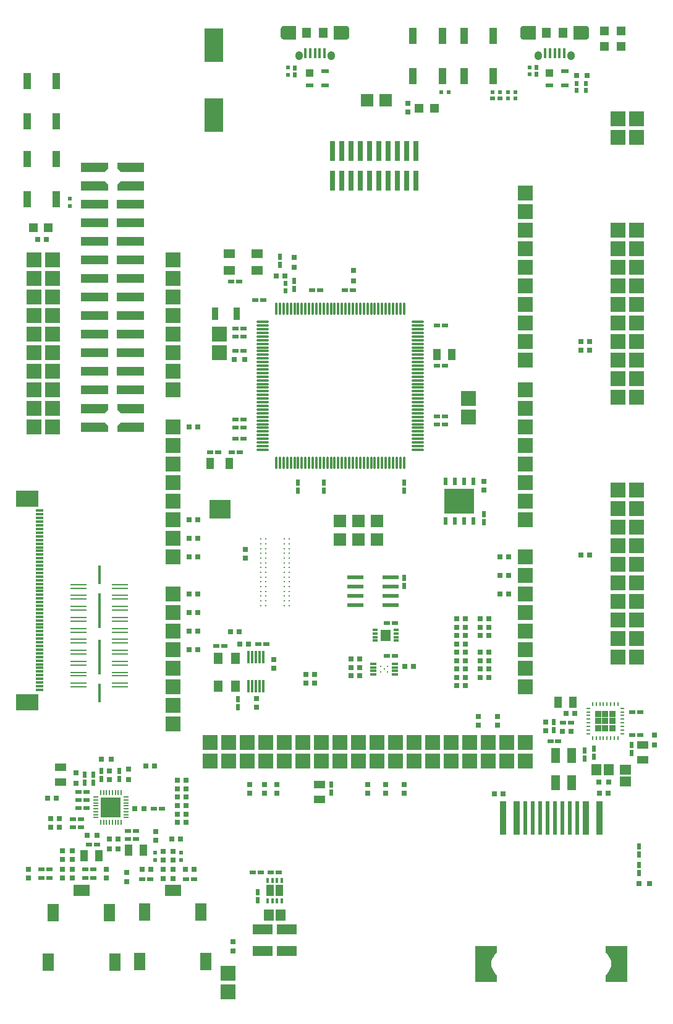
<source format=gtp>
%FSLAX43Y43*%
%MOMM*%
G71*
G01*
G75*
G04 Layer_Color=8421504*
%ADD10C,0.175*%
%ADD11C,0.175*%
%ADD12R,0.700X0.700*%
%ADD13R,1.600X1.300*%
%ADD14R,1.000X2.250*%
%ADD15R,2.800X1.400*%
%ADD16R,0.650X0.800*%
%ADD17R,0.800X0.650*%
%ADD18R,0.600X0.550*%
%ADD19R,1.092X1.600*%
%ADD20R,0.700X0.700*%
%ADD21R,0.950X1.000*%
%ADD22R,0.600X0.900*%
%ADD23R,0.762X0.762*%
%ADD24R,0.900X0.600*%
%ADD25R,0.762X0.762*%
%ADD26R,0.500X0.600*%
%ADD27R,1.600X1.092*%
%ADD28R,1.500X1.350*%
%ADD29R,1.350X1.500*%
%ADD30R,2.200X1.500*%
%ADD31R,1.500X2.400*%
%ADD32R,0.650X0.500*%
%ADD33R,0.550X0.600*%
%ADD34R,1.100X1.000*%
%ADD35R,1.100X0.600*%
%ADD36R,0.500X0.650*%
%ADD37R,1.200X1.200*%
%ADD38R,1.200X1.200*%
%ADD39R,0.400X1.350*%
%ADD40R,0.950X1.750*%
%ADD41R,2.500X4.600*%
%ADD42R,2.200X0.600*%
%ADD43R,0.300X1.700*%
%ADD44O,0.300X1.700*%
%ADD45O,1.700X0.300*%
%ADD46R,1.300X1.400*%
%ADD47R,0.850X0.300*%
%ADD48R,3.400X3.400*%
%ADD49R,0.500X0.230*%
%ADD50R,0.230X0.500*%
%ADD51C,0.320*%
%ADD52R,4.100X3.500*%
%ADD53R,0.600X1.100*%
%ADD54R,2.500X1.700*%
%ADD55R,0.350X0.675*%
%ADD56R,0.700X0.300*%
%ADD57R,1.400X1.600*%
%ADD58O,0.200X0.700*%
%ADD59O,0.700X0.200*%
%ADD60R,2.800X2.800*%
%ADD61R,1.300X1.600*%
%ADD62R,1.000X1.600*%
%ADD63R,3.000X2.500*%
%ADD64R,1.200X2.000*%
%ADD65R,2.000X4.900*%
%ADD66R,0.810X4.600*%
%ADD67R,0.610X4.600*%
%ADD68R,1.100X0.300*%
%ADD69R,3.100X2.300*%
%ADD70R,0.430X4.700*%
%ADD71R,0.430X2.540*%
%ADD72R,2.270X0.280*%
%ADD73R,3.200X1.270*%
%ADD74R,3.683X1.270*%
%ADD75R,0.740X2.790*%
%ADD76C,0.300*%
%ADD77C,0.180*%
%ADD78C,0.200*%
%ADD79C,0.165*%
%ADD80C,0.150*%
%ADD81C,0.185*%
%ADD82C,0.127*%
%ADD83R,0.300X0.900*%
%ADD84R,1.800X1.900*%
%ADD85C,1.700*%
%ADD86R,1.700X1.700*%
%ADD87C,3.600*%
G04:AMPARAMS|DCode=88|XSize=2.1mm|YSize=1.9mm|CornerRadius=0.494mm|HoleSize=0mm|Usage=FLASHONLY|Rotation=0.000|XOffset=0mm|YOffset=0mm|HoleType=Round|Shape=RoundedRectangle|*
%AMROUNDEDRECTD88*
21,1,2.100,0.912,0,0,0.0*
21,1,1.112,1.900,0,0,0.0*
1,1,0.988,0.556,-0.456*
1,1,0.988,-0.556,-0.456*
1,1,0.988,-0.556,0.456*
1,1,0.988,0.556,0.456*
%
%ADD88ROUNDEDRECTD88*%
G04:AMPARAMS|DCode=89|XSize=1.05mm|YSize=1.25mm|CornerRadius=0.525mm|HoleSize=0mm|Usage=FLASHONLY|Rotation=180.000|XOffset=0mm|YOffset=0mm|HoleType=Round|Shape=RoundedRectangle|*
%AMROUNDEDRECTD89*
21,1,1.050,0.200,0,0,180.0*
21,1,0.000,1.250,0,0,180.0*
1,1,1.050,0.000,0.100*
1,1,1.050,0.000,0.100*
1,1,1.050,0.000,-0.100*
1,1,1.050,0.000,-0.100*
%
%ADD89ROUNDEDRECTD89*%
%ADD90R,1.700X1.700*%
%ADD91C,1.500*%
%ADD92R,2.200X4.500*%
%ADD93R,5.000X2.200*%
%ADD94R,5.000X2.400*%
%ADD95C,1.020*%
%ADD96C,1.000*%
%ADD97C,0.550*%
%ADD98C,0.400*%
%ADD99C,0.700*%
%ADD100C,0.660*%
%ADD101C,1.016*%
%ADD102C,0.500*%
%ADD103C,1.600*%
%ADD104C,1.900*%
G04:AMPARAMS|DCode=105|XSize=2.524mm|YSize=2.524mm|CornerRadius=0mm|HoleSize=0mm|Usage=FLASHONLY|Rotation=0.000|XOffset=0mm|YOffset=0mm|HoleType=Round|Shape=Relief|Width=0.254mm|Gap=0.254mm|Entries=4|*
%AMTHD105*
7,0,0,2.524,2.016,0.254,45*
%
%ADD105THD105*%
%ADD106O,1.425X2.100*%
%ADD107O,1.250X1.450*%
%ADD108C,2.100*%
%ADD109C,3.600*%
%AMTHOVALD110*
21,1,1.700,2.824,0,0,270.0*
1,1,2.824,0.000,0.850*
1,1,2.824,0.000,-0.850*
21,0,1.700,2.316,0,0,270.0*
1,0,2.316,0.000,0.850*
1,0,2.316,0.000,-0.850*
4,0,4,-0.090,0.760,-1.088,1.759,-0.909,1.938,0.090,0.940,-0.090,0.760,0.0*
4,0,4,-0.090,-0.940,0.909,-1.938,1.088,-1.759,0.090,-0.760,-0.090,-0.940,0.0*
4,0,4,-0.090,0.940,0.909,1.938,1.088,1.759,0.090,0.760,-0.090,0.940,0.0*
4,0,4,-0.090,-0.760,-1.088,-1.759,-0.909,-1.938,0.090,-0.940,-0.090,-0.760,0.0*
%
%ADD110THOVALD110*%

%ADD111O,4.100X1.800*%
%AMTHOVALD112*
21,1,1.800,2.724,0,0,0.0*
1,1,2.724,-0.900,0.000*
1,1,2.724,0.900,0.000*
21,0,1.800,2.216,0,0,0.0*
1,0,2.216,-0.900,0.000*
1,0,2.216,0.900,0.000*
4,0,4,-0.810,-0.090,-1.773,-1.053,-1.953,-0.873,-0.990,0.090,-0.810,-0.090,0.0*
4,0,4,0.990,-0.090,1.953,0.873,1.773,1.053,0.810,0.090,0.990,-0.090,0.0*
4,0,4,-0.990,-0.090,-1.953,0.873,-1.773,1.053,-0.810,0.090,-0.990,-0.090,0.0*
4,0,4,0.810,-0.090,1.773,-1.053,1.953,-0.873,0.990,0.090,0.810,-0.090,0.0*
%
%ADD112THOVALD112*%

%ADD113C,1.620*%
%ADD114C,1.790*%
%ADD115C,0.850*%
%ADD116C,0.800*%
%ADD117C,0.930*%
%ADD118C,3.300*%
%ADD119O,1.900X3.600*%
%ADD120O,3.600X1.800*%
%ADD121C,0.950*%
%ADD122C,0.800*%
%ADD123C,1.270*%
%ADD124R,0.600X1.300*%
%ADD125R,1.300X0.600*%
%ADD126R,0.350X0.850*%
%ADD127R,1.700X0.350*%
%ADD128R,0.650X1.050*%
%ADD129C,0.280*%
%ADD130O,0.850X0.280*%
%ADD131O,0.280X0.850*%
%ADD132R,0.230X0.700*%
%ADD133R,0.700X0.230*%
%ADD134R,2.700X2.700*%
%ADD135O,1.524X0.381*%
%ADD136R,3.000X3.000*%
%ADD137R,0.800X2.000*%
%ADD138R,2.000X1.100*%
%ADD139R,0.980X3.700*%
%ADD140R,3.700X0.980*%
%ADD141R,1.400X0.600*%
%ADD142C,0.125*%
%ADD143R,1.507X0.242*%
%ADD144R,1.490X0.201*%
%ADD145R,0.312X0.829*%
%ADD146C,0.254*%
%ADD147C,0.250*%
%ADD148C,0.600*%
%ADD149C,1.000*%
%ADD150C,0.100*%
%ADD151C,0.112*%
%ADD152R,2.100X2.100*%
%ADD153R,2.100X2.100*%
%ADD154C,0.264*%
%ADD155R,1.750X1.750*%
%ADD156R,0.870X0.870*%
%ADD157R,1.125X1.550*%
%ADD158R,1.700X1.700*%
%ADD159R,0.000X0.000*%
%ADD160R,1.350X1.550*%
%ADD161R,1.300X1.400*%
G36*
X-71870Y-56289D02*
X-75550D01*
Y-55469D01*
X-75100Y-55019D01*
X-71870D01*
Y-56289D01*
D02*
G37*
G36*
X-76820Y-53299D02*
X-77270Y-53749D01*
X-80500D01*
Y-52479D01*
X-76820D01*
Y-53299D01*
D02*
G37*
G36*
X-71870Y-53749D02*
X-75100D01*
X-75550Y-53299D01*
Y-52479D01*
X-71870D01*
Y-53749D01*
D02*
G37*
G36*
X-76820Y-55469D02*
Y-56289D01*
X-80500D01*
Y-55019D01*
X-77270D01*
X-76820Y-55469D01*
D02*
G37*
G36*
X-23495Y-127581D02*
X-23497Y-127581D01*
X-23739Y-127781D01*
X-23971Y-128062D01*
X-24142Y-128384D01*
X-24248Y-128732D01*
X-24284Y-129095D01*
X-24248Y-129458D01*
X-24142Y-129806D01*
X-23971Y-130128D01*
X-23739Y-130409D01*
X-23497Y-130609D01*
X-23495Y-130606D01*
Y-131545D01*
X-26495D01*
Y-126645D01*
X-23495D01*
X-23495Y-127581D01*
D02*
G37*
G36*
X-5655Y-131545D02*
X-8655D01*
X-8655Y-130610D01*
D01*
Y-130609D01*
Y-130610D01*
X-8653Y-130609D01*
X-8411Y-130409D01*
X-8179Y-130128D01*
X-8008Y-129806D01*
X-7902Y-129458D01*
X-7866Y-129095D01*
X-7902Y-128732D01*
X-8008Y-128384D01*
X-8179Y-128062D01*
X-8411Y-127781D01*
X-8653Y-127581D01*
X-8655Y-127584D01*
Y-127585D01*
X-8656D01*
X-8655Y-127584D01*
Y-126645D01*
X-5655D01*
Y-131545D01*
D02*
G37*
G36*
X-23495Y-130606D02*
Y-130605D01*
X-23494D01*
X-23495Y-130606D01*
D02*
G37*
G36*
X-76820Y-22449D02*
Y-23269D01*
X-80500D01*
Y-21999D01*
X-77270D01*
X-76820Y-22449D01*
D02*
G37*
G36*
X-44186Y-729D02*
X-44133Y-736D01*
X-44080Y-751D01*
X-44037Y-767D01*
X-43995Y-787D01*
X-43951Y-815D01*
X-43913Y-844D01*
X-43874Y-878D01*
X-43845Y-914D01*
X-43817Y-951D01*
X-43793Y-992D01*
X-43773Y-1034D01*
X-43757Y-1076D01*
X-43745Y-1127D01*
X-43738Y-1172D01*
X-43734Y-1225D01*
Y-2125D01*
X-43738Y-2180D01*
X-43746Y-2225D01*
X-43758Y-2275D01*
X-43774Y-2315D01*
X-43787Y-2348D01*
X-43812Y-2391D01*
X-43838Y-2428D01*
X-43869Y-2466D01*
X-43914Y-2507D01*
X-43954Y-2537D01*
X-44000Y-2566D01*
X-44053Y-2590D01*
X-44140Y-2616D01*
X-44234Y-2625D01*
X-45834D01*
Y-725D01*
X-44234D01*
X-44186Y-729D01*
D02*
G37*
G36*
X-18200Y-2625D02*
X-19800D01*
X-19848Y-2621D01*
X-19901Y-2614D01*
X-19954Y-2599D01*
X-19997Y-2583D01*
X-20039Y-2563D01*
X-20083Y-2535D01*
X-20121Y-2506D01*
X-20160Y-2472D01*
X-20189Y-2436D01*
X-20217Y-2399D01*
X-20241Y-2358D01*
X-20261Y-2316D01*
X-20277Y-2274D01*
X-20289Y-2223D01*
X-20296Y-2178D01*
X-20300Y-2125D01*
Y-1225D01*
X-20296Y-1170D01*
X-20288Y-1125D01*
X-20276Y-1075D01*
X-20260Y-1035D01*
X-20247Y-1002D01*
X-20222Y-959D01*
X-20196Y-922D01*
X-20165Y-884D01*
X-20120Y-843D01*
X-20080Y-813D01*
X-20034Y-784D01*
X-19981Y-760D01*
X-19894Y-734D01*
X-19800Y-725D01*
X-18200D01*
Y-2625D01*
D02*
G37*
G36*
X-11352Y-729D02*
X-11299Y-736D01*
X-11246Y-751D01*
X-11203Y-767D01*
X-11161Y-787D01*
X-11117Y-815D01*
X-11079Y-844D01*
X-11040Y-878D01*
X-11011Y-914D01*
X-10983Y-951D01*
X-10959Y-992D01*
X-10939Y-1034D01*
X-10923Y-1076D01*
X-10911Y-1127D01*
X-10904Y-1172D01*
X-10900Y-1225D01*
Y-2125D01*
X-10904Y-2180D01*
X-10912Y-2225D01*
X-10924Y-2275D01*
X-10940Y-2315D01*
X-10953Y-2348D01*
X-10978Y-2391D01*
X-11004Y-2428D01*
X-11035Y-2466D01*
X-11080Y-2507D01*
X-11120Y-2537D01*
X-11166Y-2566D01*
X-11219Y-2590D01*
X-11306Y-2616D01*
X-11400Y-2625D01*
X-13000D01*
Y-725D01*
X-11400D01*
X-11352Y-729D01*
D02*
G37*
G36*
X-51034Y-2625D02*
X-52634D01*
X-52682Y-2621D01*
X-52735Y-2614D01*
X-52788Y-2599D01*
X-52831Y-2583D01*
X-52873Y-2563D01*
X-52917Y-2535D01*
X-52955Y-2506D01*
X-52994Y-2472D01*
X-53023Y-2436D01*
X-53051Y-2399D01*
X-53075Y-2358D01*
X-53095Y-2316D01*
X-53111Y-2274D01*
X-53123Y-2223D01*
X-53130Y-2178D01*
X-53134Y-2125D01*
Y-1225D01*
X-53130Y-1170D01*
X-53122Y-1125D01*
X-53110Y-1075D01*
X-53094Y-1035D01*
X-53081Y-1002D01*
X-53056Y-959D01*
X-53030Y-922D01*
X-52999Y-884D01*
X-52954Y-843D01*
X-52914Y-813D01*
X-52868Y-784D01*
X-52815Y-760D01*
X-52728Y-734D01*
X-52634Y-725D01*
X-51034D01*
Y-2625D01*
D02*
G37*
G36*
X-71870Y-23269D02*
X-75550D01*
Y-22449D01*
X-75100Y-21999D01*
X-71870D01*
Y-23269D01*
D02*
G37*
G36*
X-76820Y-20279D02*
X-77270Y-20729D01*
X-80500D01*
Y-19459D01*
X-76820D01*
Y-20279D01*
D02*
G37*
G36*
X-71870Y-20729D02*
X-75100D01*
X-75550Y-20279D01*
Y-19459D01*
X-71870D01*
Y-20729D01*
D02*
G37*
D12*
X-43175Y-34250D02*
D03*
Y-35650D02*
D03*
X-51300Y-32426D02*
D03*
Y-33826D02*
D03*
X-1925Y-99175D02*
D03*
Y-97775D02*
D03*
D13*
X-60175Y-31925D02*
D03*
X-56375D02*
D03*
Y-34225D02*
D03*
X-60175D02*
D03*
D14*
X-83850Y-13825D02*
D03*
Y-8325D02*
D03*
X-87850D02*
D03*
Y-13825D02*
D03*
X-31000Y-7650D02*
D03*
Y-2150D02*
D03*
X-35000D02*
D03*
Y-7650D02*
D03*
X-24000D02*
D03*
Y-2150D02*
D03*
X-28000D02*
D03*
Y-7650D02*
D03*
X-83850Y-24450D02*
D03*
Y-18950D02*
D03*
X-87850D02*
D03*
Y-24450D02*
D03*
D15*
X-52305Y-127300D02*
D03*
Y-124400D02*
D03*
X-55605D02*
D03*
Y-127300D02*
D03*
D16*
X-76625Y-102675D02*
D03*
Y-103875D02*
D03*
X-56500Y-94025D02*
D03*
Y-92825D02*
D03*
X-74200Y-117825D02*
D03*
Y-116625D02*
D03*
X-87725Y-117350D02*
D03*
Y-116150D02*
D03*
X-77075Y-117350D02*
D03*
Y-116150D02*
D03*
X-70300Y-112200D02*
D03*
Y-111000D02*
D03*
X-67900Y-114900D02*
D03*
Y-113700D02*
D03*
X-69225Y-114900D02*
D03*
Y-113700D02*
D03*
X-81725Y-113650D02*
D03*
Y-114850D02*
D03*
X-83075Y-113650D02*
D03*
Y-114850D02*
D03*
X-16875Y-95975D02*
D03*
Y-97175D02*
D03*
X-59700Y-126100D02*
D03*
Y-127300D02*
D03*
X-57377Y-104550D02*
D03*
Y-105750D02*
D03*
X-53678Y-104550D02*
D03*
Y-105750D02*
D03*
X-55377Y-104550D02*
D03*
Y-105750D02*
D03*
X-36253Y-104550D02*
D03*
Y-105750D02*
D03*
X-38753Y-104550D02*
D03*
Y-105750D02*
D03*
X-41253Y-104550D02*
D03*
Y-105750D02*
D03*
X-25325Y-64300D02*
D03*
Y-63100D02*
D03*
X-57997Y-72400D02*
D03*
Y-73600D02*
D03*
X-54100Y-87475D02*
D03*
Y-88675D02*
D03*
X-26025Y-95269D02*
D03*
Y-96469D02*
D03*
X-23475Y-95275D02*
D03*
Y-96475D02*
D03*
X-69225Y-117400D02*
D03*
Y-116200D02*
D03*
X-81725Y-116150D02*
D03*
Y-117350D02*
D03*
X-83075Y-116150D02*
D03*
Y-117350D02*
D03*
X-35675Y-11350D02*
D03*
Y-12550D02*
D03*
X-67900Y-117400D02*
D03*
Y-116200D02*
D03*
D17*
X-70400Y-102025D02*
D03*
X-71600D02*
D03*
X-85075Y-106400D02*
D03*
X-83875D02*
D03*
X-64975Y-116125D02*
D03*
X-66175D02*
D03*
X-72150D02*
D03*
X-70950D02*
D03*
X-66875Y-112025D02*
D03*
X-68075D02*
D03*
X-84650Y-110400D02*
D03*
X-83450D02*
D03*
X-84650Y-109250D02*
D03*
X-83450D02*
D03*
X-66125Y-104000D02*
D03*
X-67325D02*
D03*
X-71900Y-107875D02*
D03*
X-73100D02*
D03*
X-25794Y-87623D02*
D03*
X-24594D02*
D03*
X-25788Y-84173D02*
D03*
X-24588D02*
D03*
X-24594Y-88773D02*
D03*
X-25794D02*
D03*
X-25794Y-89923D02*
D03*
X-24594D02*
D03*
X-25794Y-81873D02*
D03*
X-24594D02*
D03*
X-25794Y-83023D02*
D03*
X-24594D02*
D03*
X-25794Y-86473D02*
D03*
X-24594D02*
D03*
X-27869Y-88773D02*
D03*
X-29069D02*
D03*
X-12850Y-94825D02*
D03*
X-14050D02*
D03*
X-27869Y-85323D02*
D03*
X-29069D02*
D03*
X-27869Y-89923D02*
D03*
X-29069D02*
D03*
X-27869Y-81873D02*
D03*
X-29069D02*
D03*
X-27869Y-83023D02*
D03*
X-29069D02*
D03*
X-27869Y-86473D02*
D03*
X-29069D02*
D03*
X-27869Y-87623D02*
D03*
X-29069D02*
D03*
X-27869Y-84173D02*
D03*
X-29069D02*
D03*
X-14550Y-97250D02*
D03*
X-13350D02*
D03*
X-23900Y-105800D02*
D03*
X-22700D02*
D03*
X-9450Y-105775D02*
D03*
X-8250D02*
D03*
X-27869Y-91048D02*
D03*
X-29069D02*
D03*
X-34925Y-88425D02*
D03*
X-36125D02*
D03*
X-42300Y-87375D02*
D03*
X-43500D02*
D03*
X-42300Y-88525D02*
D03*
X-43500D02*
D03*
X-42300Y-89675D02*
D03*
X-43500D02*
D03*
X-86450Y-29969D02*
D03*
X-85250D02*
D03*
X-52528Y-34968D02*
D03*
X-53728D02*
D03*
X-48475Y-90650D02*
D03*
X-49675D02*
D03*
X-48475Y-89500D02*
D03*
X-49675D02*
D03*
X-66125Y-105150D02*
D03*
X-67325D02*
D03*
X-66125Y-106300D02*
D03*
X-67325D02*
D03*
X-66125Y-108600D02*
D03*
X-67325D02*
D03*
X-60000Y-83675D02*
D03*
X-58800D02*
D03*
X-66125Y-109750D02*
D03*
X-67325D02*
D03*
X-66125Y-107450D02*
D03*
X-67325D02*
D03*
X-64475Y-86119D02*
D03*
X-65675D02*
D03*
X-64475Y-83594D02*
D03*
X-65675D02*
D03*
X-64475Y-81069D02*
D03*
X-65675D02*
D03*
X-64475Y-78519D02*
D03*
X-65675D02*
D03*
X-64475Y-73444D02*
D03*
X-65675D02*
D03*
X-64475Y-70894D02*
D03*
X-65675D02*
D03*
X-64475Y-68369D02*
D03*
X-65675D02*
D03*
X-64475Y-55644D02*
D03*
X-65675D02*
D03*
X-12050Y-73175D02*
D03*
X-10850D02*
D03*
X-23100Y-75969D02*
D03*
X-21900D02*
D03*
X-23100Y-73419D02*
D03*
X-21900D02*
D03*
X-12050Y-45125D02*
D03*
X-10850D02*
D03*
X-12050Y-43975D02*
D03*
X-10850D02*
D03*
X-21900Y-78525D02*
D03*
X-23100D02*
D03*
X-57550Y-85325D02*
D03*
X-58750D02*
D03*
D18*
X-20975Y-10675D02*
D03*
X-21975D02*
D03*
X-31150Y-9850D02*
D03*
X-30150D02*
D03*
X-24100Y-9800D02*
D03*
X-23100D02*
D03*
X-21975D02*
D03*
X-20975D02*
D03*
D19*
X-73991Y-113525D02*
D03*
X-71959D02*
D03*
X-78034Y-114300D02*
D03*
X-80066D02*
D03*
X-31725Y-45725D02*
D03*
X-29693D02*
D03*
X-13150Y-93275D02*
D03*
X-15182D02*
D03*
D20*
X-8175Y-104225D02*
D03*
X-9575D02*
D03*
X-58075Y-46400D02*
D03*
X-59475D02*
D03*
X-11200Y-7500D02*
D03*
X-12600D02*
D03*
X-4025Y-118075D02*
D03*
X-2625D02*
D03*
D22*
X-77750Y-103825D02*
D03*
Y-102725D02*
D03*
X-78850Y-104325D02*
D03*
Y-103225D02*
D03*
X-79975Y-104325D02*
D03*
Y-103225D02*
D03*
X-58975Y-92875D02*
D03*
Y-93975D02*
D03*
X-75250Y-103832D02*
D03*
Y-102732D02*
D03*
X-15750Y-96025D02*
D03*
Y-97125D02*
D03*
X-5100Y-99125D02*
D03*
Y-100225D02*
D03*
X-11525Y-101000D02*
D03*
Y-99900D02*
D03*
X-10250Y-99650D02*
D03*
Y-100750D02*
D03*
X-46248Y-104600D02*
D03*
Y-105700D02*
D03*
X-25325Y-68650D02*
D03*
Y-67550D02*
D03*
X-36225Y-76275D02*
D03*
Y-77375D02*
D03*
X-53275Y-33475D02*
D03*
Y-32375D02*
D03*
X-51300Y-36750D02*
D03*
Y-35650D02*
D03*
X-47250Y-63250D02*
D03*
Y-64350D02*
D03*
X-36250Y-63250D02*
D03*
Y-64350D02*
D03*
X-50750Y-63250D02*
D03*
Y-64350D02*
D03*
X-56250Y-120380D02*
D03*
Y-119280D02*
D03*
X-4075Y-113025D02*
D03*
Y-114125D02*
D03*
Y-116650D02*
D03*
Y-115550D02*
D03*
D23*
X-81175Y-104374D02*
D03*
Y-102977D02*
D03*
X-74025Y-103881D02*
D03*
Y-102484D02*
D03*
X-76600Y-112002D02*
D03*
Y-113398D02*
D03*
X-75400Y-112002D02*
D03*
Y-113398D02*
D03*
D24*
X-61925Y-85625D02*
D03*
X-60825D02*
D03*
X-74050Y-110875D02*
D03*
X-72950D02*
D03*
X-74050Y-111975D02*
D03*
X-72950D02*
D03*
X-78325Y-112750D02*
D03*
X-79425D02*
D03*
X-79750Y-106700D02*
D03*
X-80850D02*
D03*
X-79750Y-107800D02*
D03*
X-80850D02*
D03*
X-66125Y-117500D02*
D03*
X-65025D02*
D03*
X-71000D02*
D03*
X-72100D02*
D03*
X-80850Y-105600D02*
D03*
X-79750D02*
D03*
X-80500Y-110375D02*
D03*
X-81600D02*
D03*
X-80500Y-109275D02*
D03*
X-81600D02*
D03*
X-84850Y-117350D02*
D03*
X-85950D02*
D03*
X-79950D02*
D03*
X-78850D02*
D03*
X-84850Y-116150D02*
D03*
X-85950D02*
D03*
X-79950D02*
D03*
X-78850D02*
D03*
X-69425Y-107875D02*
D03*
X-70525D02*
D03*
X-13400Y-96125D02*
D03*
X-14500D02*
D03*
X-4950Y-97825D02*
D03*
X-3850D02*
D03*
X-16200Y-98650D02*
D03*
X-15100D02*
D03*
X-4950Y-94625D02*
D03*
X-3850D02*
D03*
X-37475Y-82475D02*
D03*
X-38575D02*
D03*
X-37475Y-86925D02*
D03*
X-38575D02*
D03*
X-58800Y-35750D02*
D03*
X-59900D02*
D03*
X-61675Y-59075D02*
D03*
X-62775D02*
D03*
X-58725D02*
D03*
X-59825D02*
D03*
X-58250Y-45250D02*
D03*
X-59350D02*
D03*
X-43275Y-36900D02*
D03*
X-44375D02*
D03*
X-31750Y-41750D02*
D03*
X-30650D02*
D03*
X-31750Y-54150D02*
D03*
X-30650D02*
D03*
X-58250Y-57250D02*
D03*
X-59350D02*
D03*
X-58250Y-54650D02*
D03*
X-59350D02*
D03*
X-58250Y-42200D02*
D03*
X-59350D02*
D03*
X-55500Y-38250D02*
D03*
X-56600D02*
D03*
X-48800Y-36900D02*
D03*
X-47700D02*
D03*
X-31750Y-47250D02*
D03*
X-30650D02*
D03*
X-31750Y-55250D02*
D03*
X-30650D02*
D03*
X-58250Y-55750D02*
D03*
X-59350D02*
D03*
X-58250Y-43300D02*
D03*
X-59350D02*
D03*
X-55100Y-85350D02*
D03*
X-56200D02*
D03*
X-54475Y-116580D02*
D03*
X-53375D02*
D03*
X-55850D02*
D03*
X-56950D02*
D03*
D25*
X-78276Y-111550D02*
D03*
X-79674D02*
D03*
X-76352Y-101075D02*
D03*
X-77748D02*
D03*
D26*
X-70333Y-113851D02*
D03*
X-70333Y-114901D02*
D03*
X-66802Y-113851D02*
D03*
X-66802Y-114901D02*
D03*
D27*
X-3525Y-99150D02*
D03*
Y-101182D02*
D03*
X-47823Y-104550D02*
D03*
Y-106582D02*
D03*
X-83325Y-104266D02*
D03*
Y-102234D02*
D03*
D28*
X-5900Y-102500D02*
D03*
Y-104150D02*
D03*
D29*
X-9875Y-102550D02*
D03*
X-8225D02*
D03*
X-53125Y-122455D02*
D03*
X-54775D02*
D03*
D30*
X-67925Y-119025D02*
D03*
X-80425Y-119075D02*
D03*
D31*
X-63375Y-128775D02*
D03*
X-72475D02*
D03*
X-64075Y-122025D02*
D03*
X-71775D02*
D03*
X-75875Y-128825D02*
D03*
X-84975D02*
D03*
X-76575Y-122075D02*
D03*
X-84275D02*
D03*
D32*
X-24075Y-10675D02*
D03*
X-23125D02*
D03*
D33*
X-52100Y-7478D02*
D03*
Y-6478D02*
D03*
X-19000Y-7400D02*
D03*
Y-6400D02*
D03*
X-82050Y-24425D02*
D03*
Y-25425D02*
D03*
D34*
X-16325Y-7178D02*
D03*
X-49159Y-7178D02*
D03*
D35*
X-16325Y-8878D02*
D03*
X-14225D02*
D03*
Y-6978D02*
D03*
X-47059Y-6978D02*
D03*
Y-8878D02*
D03*
X-49159D02*
D03*
D36*
X-51200Y-6503D02*
D03*
Y-7453D02*
D03*
X-11300Y-9575D02*
D03*
Y-8625D02*
D03*
X-12600Y-9575D02*
D03*
Y-8625D02*
D03*
X-18100Y-6425D02*
D03*
Y-7375D02*
D03*
X-52450Y-36025D02*
D03*
Y-36975D02*
D03*
D37*
X-34150Y-12000D02*
D03*
X-32050D02*
D03*
X-84954Y-28350D02*
D03*
X-87054D02*
D03*
D38*
X-6500Y-1450D02*
D03*
Y-3550D02*
D03*
X-8750Y-1450D02*
D03*
Y-3550D02*
D03*
D39*
X-49734Y-4475D02*
D03*
X-49084D02*
D03*
X-47134D02*
D03*
X-47784D02*
D03*
X-48434D02*
D03*
X-16900D02*
D03*
X-16250D02*
D03*
X-15600D02*
D03*
X-14950D02*
D03*
X-14300D02*
D03*
D40*
X-62125Y-40125D02*
D03*
X-59175D02*
D03*
D41*
X-62325Y-3350D02*
D03*
Y-12950D02*
D03*
D42*
X-42925Y-76220D02*
D03*
Y-77490D02*
D03*
Y-78760D02*
D03*
Y-80030D02*
D03*
X-38125Y-76220D02*
D03*
Y-77490D02*
D03*
Y-78760D02*
D03*
Y-80030D02*
D03*
D43*
X-55550Y-87100D02*
D03*
X-56050D02*
D03*
X-56550D02*
D03*
X-57050D02*
D03*
X-57550D02*
D03*
X-55550Y-91100D02*
D03*
X-56050D02*
D03*
X-56550D02*
D03*
X-57050D02*
D03*
X-57550D02*
D03*
D44*
X-53750Y-39450D02*
D03*
X-53250D02*
D03*
X-52750D02*
D03*
X-52250D02*
D03*
X-51750D02*
D03*
X-51250D02*
D03*
X-50750D02*
D03*
X-49250D02*
D03*
X-48750D02*
D03*
X-48250D02*
D03*
X-47750D02*
D03*
X-47250D02*
D03*
X-46750D02*
D03*
X-46250D02*
D03*
X-45750D02*
D03*
X-45250D02*
D03*
X-44750D02*
D03*
X-44250D02*
D03*
X-43750D02*
D03*
X-43250D02*
D03*
X-42750D02*
D03*
X-42250D02*
D03*
X-41750D02*
D03*
X-41250D02*
D03*
X-40750D02*
D03*
X-40250D02*
D03*
X-39750D02*
D03*
X-39250D02*
D03*
X-38750D02*
D03*
X-38250D02*
D03*
X-37750D02*
D03*
X-37250D02*
D03*
X-36750D02*
D03*
X-36250D02*
D03*
Y-60550D02*
D03*
X-36750D02*
D03*
X-37250D02*
D03*
X-37750D02*
D03*
X-38250D02*
D03*
X-38750D02*
D03*
X-39250D02*
D03*
X-39750D02*
D03*
X-40250D02*
D03*
X-40750D02*
D03*
X-41250D02*
D03*
X-41750D02*
D03*
X-42250D02*
D03*
X-42750D02*
D03*
X-43250D02*
D03*
X-43750D02*
D03*
X-44250D02*
D03*
X-44750D02*
D03*
X-45250D02*
D03*
X-45750D02*
D03*
X-46250D02*
D03*
X-46750D02*
D03*
X-47250D02*
D03*
X-47750D02*
D03*
X-48250D02*
D03*
X-48750D02*
D03*
X-49250D02*
D03*
X-49750D02*
D03*
X-50250D02*
D03*
X-50750D02*
D03*
X-51250D02*
D03*
X-51750D02*
D03*
X-52250D02*
D03*
X-52750D02*
D03*
X-53250D02*
D03*
X-53750D02*
D03*
X-49750Y-39450D02*
D03*
X-50250D02*
D03*
D45*
X-34400Y-41250D02*
D03*
Y-41750D02*
D03*
Y-42250D02*
D03*
Y-42750D02*
D03*
Y-43250D02*
D03*
Y-43750D02*
D03*
Y-44250D02*
D03*
Y-44750D02*
D03*
Y-45250D02*
D03*
Y-45750D02*
D03*
Y-46250D02*
D03*
Y-46750D02*
D03*
Y-47250D02*
D03*
Y-47750D02*
D03*
Y-48250D02*
D03*
Y-48750D02*
D03*
Y-49250D02*
D03*
Y-49750D02*
D03*
Y-50250D02*
D03*
Y-50750D02*
D03*
Y-51250D02*
D03*
Y-51750D02*
D03*
Y-52250D02*
D03*
Y-52750D02*
D03*
Y-53250D02*
D03*
Y-53750D02*
D03*
Y-54250D02*
D03*
Y-54750D02*
D03*
Y-55250D02*
D03*
Y-55750D02*
D03*
Y-56250D02*
D03*
Y-56750D02*
D03*
Y-57250D02*
D03*
Y-57750D02*
D03*
Y-58250D02*
D03*
Y-58750D02*
D03*
X-55600D02*
D03*
Y-58250D02*
D03*
Y-57750D02*
D03*
Y-57250D02*
D03*
Y-56750D02*
D03*
Y-56250D02*
D03*
Y-55750D02*
D03*
Y-55250D02*
D03*
Y-54750D02*
D03*
Y-54250D02*
D03*
Y-53750D02*
D03*
Y-53250D02*
D03*
Y-52750D02*
D03*
Y-52250D02*
D03*
Y-51750D02*
D03*
Y-51250D02*
D03*
Y-50750D02*
D03*
Y-50250D02*
D03*
Y-49750D02*
D03*
Y-49250D02*
D03*
Y-48750D02*
D03*
Y-48250D02*
D03*
Y-47750D02*
D03*
Y-47250D02*
D03*
Y-46750D02*
D03*
Y-46250D02*
D03*
Y-45750D02*
D03*
Y-45250D02*
D03*
Y-44750D02*
D03*
Y-44250D02*
D03*
Y-43750D02*
D03*
Y-43250D02*
D03*
Y-42750D02*
D03*
Y-42250D02*
D03*
Y-41750D02*
D03*
Y-41250D02*
D03*
D47*
X-40450Y-88025D02*
D03*
Y-88525D02*
D03*
Y-89525D02*
D03*
Y-89025D02*
D03*
X-37500D02*
D03*
Y-89525D02*
D03*
Y-88525D02*
D03*
Y-88025D02*
D03*
D49*
X-6325Y-94125D02*
D03*
Y-94625D02*
D03*
Y-95125D02*
D03*
Y-95625D02*
D03*
Y-96125D02*
D03*
Y-96625D02*
D03*
Y-97125D02*
D03*
Y-97625D02*
D03*
X-11025Y-94125D02*
D03*
Y-94625D02*
D03*
Y-95125D02*
D03*
Y-95625D02*
D03*
Y-96125D02*
D03*
Y-96625D02*
D03*
Y-97125D02*
D03*
Y-97625D02*
D03*
D50*
X-6925Y-98225D02*
D03*
X-9425D02*
D03*
X-9925D02*
D03*
X-10425D02*
D03*
X-8425D02*
D03*
X-8925D02*
D03*
X-7425D02*
D03*
X-7925D02*
D03*
X-6925Y-93525D02*
D03*
X-10425D02*
D03*
X-8425D02*
D03*
X-7925D02*
D03*
X-7425D02*
D03*
X-8925D02*
D03*
X-9425D02*
D03*
X-9925D02*
D03*
D51*
X-51972Y-80075D02*
D03*
X-52622D02*
D03*
X-55222D02*
D03*
X-55872D02*
D03*
X-51972Y-79425D02*
D03*
X-52622D02*
D03*
X-55222D02*
D03*
X-55872D02*
D03*
X-51972Y-78775D02*
D03*
X-52622D02*
D03*
X-55222D02*
D03*
X-55872D02*
D03*
X-51972Y-78125D02*
D03*
X-52622D02*
D03*
X-55222D02*
D03*
X-55872D02*
D03*
X-51972Y-77475D02*
D03*
X-52622D02*
D03*
X-55222D02*
D03*
X-55872D02*
D03*
X-51972Y-76825D02*
D03*
X-52622D02*
D03*
X-55222D02*
D03*
X-55872D02*
D03*
X-51972Y-76175D02*
D03*
X-52622D02*
D03*
X-55222D02*
D03*
X-55872D02*
D03*
X-51972Y-75525D02*
D03*
X-52622D02*
D03*
X-55222D02*
D03*
X-55872D02*
D03*
X-51972Y-74875D02*
D03*
X-52622D02*
D03*
X-55222D02*
D03*
X-55872D02*
D03*
X-51972Y-74225D02*
D03*
X-52622D02*
D03*
X-55222D02*
D03*
X-55872D02*
D03*
X-51972Y-73575D02*
D03*
X-52622D02*
D03*
X-55222D02*
D03*
X-55872D02*
D03*
X-51972Y-72925D02*
D03*
X-52622D02*
D03*
X-55222D02*
D03*
X-55872D02*
D03*
X-51972Y-72275D02*
D03*
X-52622D02*
D03*
X-55222D02*
D03*
X-55872D02*
D03*
X-51972Y-71625D02*
D03*
X-52622D02*
D03*
X-55222D02*
D03*
X-55872D02*
D03*
X-51972Y-70975D02*
D03*
X-52622D02*
D03*
X-55222D02*
D03*
X-55872D02*
D03*
D52*
X-28650Y-65800D02*
D03*
D53*
X-26745Y-68500D02*
D03*
X-28015D02*
D03*
X-29285D02*
D03*
X-30555D02*
D03*
Y-63100D02*
D03*
X-29285D02*
D03*
X-28015D02*
D03*
X-26745D02*
D03*
D55*
X-52975Y-120493D02*
D03*
X-53625D02*
D03*
X-54275D02*
D03*
X-54925D02*
D03*
Y-117668D02*
D03*
X-54275D02*
D03*
X-53625D02*
D03*
X-52975D02*
D03*
D56*
X-37325Y-83375D02*
D03*
Y-83875D02*
D03*
Y-84375D02*
D03*
Y-84875D02*
D03*
X-40225D02*
D03*
Y-84375D02*
D03*
Y-83875D02*
D03*
Y-83375D02*
D03*
D58*
X-77800Y-109725D02*
D03*
X-77400D02*
D03*
X-77000D02*
D03*
X-76600D02*
D03*
X-76200D02*
D03*
X-75800D02*
D03*
X-75400D02*
D03*
X-75000D02*
D03*
X-77800Y-105625D02*
D03*
X-77400D02*
D03*
X-77000D02*
D03*
X-76600D02*
D03*
X-76200D02*
D03*
X-75800D02*
D03*
X-75400D02*
D03*
X-75000D02*
D03*
D59*
X-74350Y-109075D02*
D03*
Y-108675D02*
D03*
Y-108275D02*
D03*
Y-107875D02*
D03*
Y-107475D02*
D03*
Y-107075D02*
D03*
Y-106675D02*
D03*
Y-106275D02*
D03*
X-78450Y-109075D02*
D03*
Y-108675D02*
D03*
Y-108275D02*
D03*
Y-107875D02*
D03*
Y-107475D02*
D03*
Y-107075D02*
D03*
Y-106675D02*
D03*
Y-106275D02*
D03*
D60*
X-76400Y-107675D02*
D03*
D61*
X-59375Y-87300D02*
D03*
Y-91100D02*
D03*
X-61675D02*
D03*
Y-87300D02*
D03*
D62*
X-60175Y-60625D02*
D03*
X-62775D02*
D03*
D63*
X-61475Y-66875D02*
D03*
D64*
X-13276Y-104314D02*
D03*
Y-100614D02*
D03*
X-15476D02*
D03*
Y-104314D02*
D03*
D65*
X-25495Y-129095D02*
D03*
X-6655D02*
D03*
D66*
X-22685Y-109175D02*
D03*
X-20845D02*
D03*
X-11305D02*
D03*
X-9465D02*
D03*
D67*
X-19645D02*
D03*
X-18625D02*
D03*
X-17605D02*
D03*
X-16585D02*
D03*
X-15565D02*
D03*
X-13525D02*
D03*
X-12505D02*
D03*
X-14545D02*
D03*
D68*
X-86150Y-69600D02*
D03*
Y-70100D02*
D03*
Y-70600D02*
D03*
Y-71100D02*
D03*
Y-71600D02*
D03*
Y-72100D02*
D03*
Y-72600D02*
D03*
Y-73100D02*
D03*
Y-73600D02*
D03*
Y-74100D02*
D03*
Y-74600D02*
D03*
Y-75100D02*
D03*
Y-75600D02*
D03*
Y-76100D02*
D03*
Y-76600D02*
D03*
Y-77100D02*
D03*
Y-77600D02*
D03*
Y-78100D02*
D03*
Y-78600D02*
D03*
Y-79100D02*
D03*
Y-79600D02*
D03*
Y-80100D02*
D03*
Y-80600D02*
D03*
Y-81100D02*
D03*
Y-81600D02*
D03*
Y-82100D02*
D03*
Y-82600D02*
D03*
Y-83100D02*
D03*
Y-83600D02*
D03*
Y-84100D02*
D03*
Y-84600D02*
D03*
Y-85100D02*
D03*
Y-85600D02*
D03*
Y-86100D02*
D03*
Y-86600D02*
D03*
Y-87100D02*
D03*
Y-87600D02*
D03*
Y-88100D02*
D03*
Y-88600D02*
D03*
Y-89100D02*
D03*
Y-89600D02*
D03*
Y-90100D02*
D03*
Y-90600D02*
D03*
Y-91100D02*
D03*
Y-91600D02*
D03*
Y-69100D02*
D03*
Y-68600D02*
D03*
Y-68100D02*
D03*
Y-67600D02*
D03*
Y-67100D02*
D03*
D69*
X-87850Y-65430D02*
D03*
Y-93270D02*
D03*
D70*
X-78000Y-80775D02*
D03*
Y-87125D02*
D03*
D71*
Y-75885D02*
D03*
Y-92015D02*
D03*
D72*
X-75130Y-91200D02*
D03*
X-80870D02*
D03*
X-75130Y-90700D02*
D03*
X-80870D02*
D03*
X-75130Y-89700D02*
D03*
X-80870D02*
D03*
X-75130Y-89200D02*
D03*
X-80870D02*
D03*
X-75130Y-88200D02*
D03*
X-80870D02*
D03*
X-75130Y-87700D02*
D03*
X-80870D02*
D03*
X-75130Y-86700D02*
D03*
X-80870D02*
D03*
X-75130Y-86200D02*
D03*
X-80870D02*
D03*
X-75130Y-85200D02*
D03*
X-80870D02*
D03*
X-75130Y-84700D02*
D03*
X-80870D02*
D03*
X-75130Y-83700D02*
D03*
X-80870D02*
D03*
X-75130Y-83200D02*
D03*
X-80870D02*
D03*
X-75130Y-82200D02*
D03*
X-80870D02*
D03*
X-75130Y-81700D02*
D03*
X-80870D02*
D03*
X-75130Y-80700D02*
D03*
X-80870D02*
D03*
X-75130Y-80200D02*
D03*
X-80870D02*
D03*
X-75130Y-79200D02*
D03*
X-80870D02*
D03*
X-75130Y-78700D02*
D03*
X-80870D02*
D03*
X-75130Y-77700D02*
D03*
X-80870D02*
D03*
X-75130Y-77200D02*
D03*
X-80870D02*
D03*
D73*
X-73467Y-55654D02*
D03*
X-78903D02*
D03*
X-73467Y-53114D02*
D03*
X-78903D02*
D03*
X-73467Y-22634D02*
D03*
X-78903D02*
D03*
X-73467Y-20094D02*
D03*
X-78903D02*
D03*
D74*
X-73708Y-50574D02*
D03*
X-78661D02*
D03*
X-73708Y-48034D02*
D03*
X-78661D02*
D03*
X-73708Y-45494D02*
D03*
X-78661D02*
D03*
X-73708Y-42954D02*
D03*
X-78661D02*
D03*
X-73708Y-40414D02*
D03*
X-78661D02*
D03*
X-73708Y-37874D02*
D03*
X-78661D02*
D03*
X-73708Y-35334D02*
D03*
X-78661D02*
D03*
X-73708Y-32794D02*
D03*
X-78661D02*
D03*
X-73708Y-30254D02*
D03*
X-78661D02*
D03*
X-73708Y-27714D02*
D03*
X-78661D02*
D03*
X-73708Y-25174D02*
D03*
X-78661D02*
D03*
D75*
X-46040Y-21910D02*
D03*
Y-17840D02*
D03*
X-44770Y-21910D02*
D03*
Y-17840D02*
D03*
X-43500Y-21910D02*
D03*
Y-17840D02*
D03*
X-42230Y-21910D02*
D03*
Y-17840D02*
D03*
X-40960Y-21910D02*
D03*
Y-17840D02*
D03*
X-39690Y-21910D02*
D03*
Y-17840D02*
D03*
X-38420Y-21910D02*
D03*
Y-17840D02*
D03*
X-37150Y-21910D02*
D03*
Y-17840D02*
D03*
X-35880Y-21910D02*
D03*
Y-17840D02*
D03*
X-34610Y-21910D02*
D03*
Y-17840D02*
D03*
D88*
X-44784Y-1675D02*
D03*
X-52084D02*
D03*
X-11950D02*
D03*
X-19250D02*
D03*
D89*
X-46209Y-4800D02*
D03*
X-50659D02*
D03*
X-13375D02*
D03*
X-17825D02*
D03*
D152*
X-61550Y-45500D02*
D03*
Y-42960D02*
D03*
X-27442Y-51755D02*
D03*
Y-54295D02*
D03*
X-4430Y-74450D02*
D03*
X-6970D02*
D03*
X-4430Y-71910D02*
D03*
X-6970D02*
D03*
X-4430Y-69370D02*
D03*
X-6970D02*
D03*
X-4430Y-66830D02*
D03*
X-6970D02*
D03*
X-4430Y-64290D02*
D03*
X-6970Y-76990D02*
D03*
X-4430D02*
D03*
X-6970Y-79530D02*
D03*
X-4430D02*
D03*
X-6970Y-82070D02*
D03*
X-4430D02*
D03*
X-6970Y-84610D02*
D03*
X-4430D02*
D03*
X-6970Y-87150D02*
D03*
X-4430D02*
D03*
X-6970Y-64290D02*
D03*
X-50150Y-101374D02*
D03*
Y-98834D02*
D03*
X-52690D02*
D03*
Y-101374D02*
D03*
X-57770D02*
D03*
Y-98834D02*
D03*
X-55230D02*
D03*
Y-101374D02*
D03*
X-62850D02*
D03*
Y-98834D02*
D03*
X-60310D02*
D03*
Y-101374D02*
D03*
X-34910D02*
D03*
Y-98834D02*
D03*
X-37450D02*
D03*
Y-101374D02*
D03*
X-42530D02*
D03*
Y-98834D02*
D03*
X-39990D02*
D03*
Y-101374D02*
D03*
X-47610D02*
D03*
Y-98834D02*
D03*
X-45070D02*
D03*
Y-101374D02*
D03*
X-29830D02*
D03*
Y-98834D02*
D03*
X-32370D02*
D03*
Y-101374D02*
D03*
X-24750D02*
D03*
Y-98834D02*
D03*
X-27290D02*
D03*
Y-101374D02*
D03*
X-22210D02*
D03*
Y-98834D02*
D03*
X-19670D02*
D03*
Y-101374D02*
D03*
X-4430Y-38890D02*
D03*
X-6970D02*
D03*
X-4430Y-36350D02*
D03*
X-6970D02*
D03*
X-4430Y-33810D02*
D03*
X-6970D02*
D03*
X-4430Y-31270D02*
D03*
X-6970D02*
D03*
X-4430Y-28730D02*
D03*
X-6970Y-41430D02*
D03*
X-4430D02*
D03*
X-6970Y-43970D02*
D03*
X-4430D02*
D03*
X-6970Y-46510D02*
D03*
X-4430D02*
D03*
X-6970Y-49050D02*
D03*
X-4430D02*
D03*
X-6970Y-51590D02*
D03*
X-4430D02*
D03*
X-6970Y-28730D02*
D03*
X-4430Y-16030D02*
D03*
X-6970D02*
D03*
X-4430Y-13490D02*
D03*
X-6970D02*
D03*
X-60350Y-130405D02*
D03*
Y-132945D02*
D03*
X-86980Y-32794D02*
D03*
X-84440D02*
D03*
Y-35334D02*
D03*
X-86980D02*
D03*
Y-37874D02*
D03*
X-84440D02*
D03*
Y-40414D02*
D03*
X-86980D02*
D03*
X-84440Y-42954D02*
D03*
X-86980D02*
D03*
Y-45494D02*
D03*
X-84440D02*
D03*
Y-48034D02*
D03*
X-86980D02*
D03*
X-84440Y-55654D02*
D03*
Y-53114D02*
D03*
Y-50574D02*
D03*
X-86980D02*
D03*
Y-53114D02*
D03*
Y-55654D02*
D03*
D153*
X-19670Y-50574D02*
D03*
Y-53114D02*
D03*
Y-55654D02*
D03*
Y-58194D02*
D03*
Y-60734D02*
D03*
Y-63274D02*
D03*
Y-65814D02*
D03*
Y-68354D02*
D03*
Y-73434D02*
D03*
Y-75974D02*
D03*
Y-78514D02*
D03*
Y-81054D02*
D03*
Y-83594D02*
D03*
Y-86134D02*
D03*
Y-88674D02*
D03*
Y-91214D02*
D03*
X-67930Y-50574D02*
D03*
Y-48034D02*
D03*
Y-45494D02*
D03*
Y-42954D02*
D03*
Y-40414D02*
D03*
Y-37874D02*
D03*
Y-35334D02*
D03*
Y-32794D02*
D03*
Y-73434D02*
D03*
Y-70894D02*
D03*
Y-68354D02*
D03*
Y-65814D02*
D03*
Y-63274D02*
D03*
Y-60734D02*
D03*
Y-58194D02*
D03*
Y-55654D02*
D03*
X-19670Y-46510D02*
D03*
Y-43970D02*
D03*
Y-41430D02*
D03*
Y-38890D02*
D03*
Y-36350D02*
D03*
Y-33810D02*
D03*
Y-31270D02*
D03*
Y-28730D02*
D03*
Y-26190D02*
D03*
Y-23650D02*
D03*
X-67930Y-96294D02*
D03*
Y-93754D02*
D03*
Y-91214D02*
D03*
Y-88674D02*
D03*
Y-86134D02*
D03*
Y-83594D02*
D03*
Y-81054D02*
D03*
Y-78514D02*
D03*
D154*
X-38550Y-88375D02*
D03*
X-39400D02*
D03*
Y-89175D02*
D03*
X-38550D02*
D03*
X-38975Y-88775D02*
D03*
D155*
X-45070Y-71021D02*
D03*
Y-68481D02*
D03*
X-42530Y-71021D02*
D03*
Y-68481D02*
D03*
X-39990Y-71021D02*
D03*
Y-68481D02*
D03*
D156*
X-8675Y-95875D02*
D03*
X-8675Y-94875D02*
D03*
X-9675Y-94875D02*
D03*
X-9675Y-95875D02*
D03*
X-9675Y-96875D02*
D03*
X-8675Y-96875D02*
D03*
X-7675Y-96875D02*
D03*
X-7675Y-95875D02*
D03*
X-7675Y-94875D02*
D03*
D157*
X-53337Y-119080D02*
D03*
X-54562Y-119080D02*
D03*
D158*
X-38730Y-10950D02*
D03*
X-41270D02*
D03*
D159*
X-8675Y-95875D02*
D03*
D160*
X-38775Y-84125D02*
D03*
D161*
X-47284Y-1675D02*
D03*
X-49584D02*
D03*
X-14450D02*
D03*
X-16750D02*
D03*
M02*

</source>
